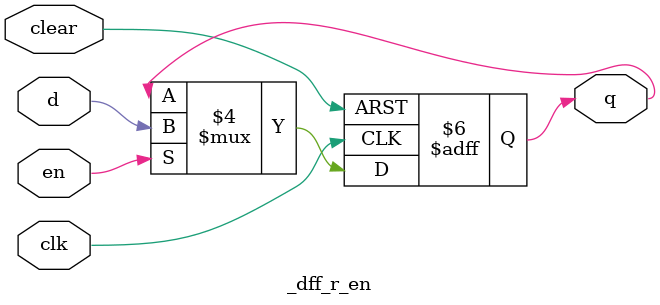
<source format=v>
module _dff_r_en(clk,clear,en,d,q); //Deckare module of D-Flip-Flop

   input clk, clear,en,d; //inputs

   output reg q; //output reg

always@(posedge clk or posedge clear) //practice function when clk posedge or posedge clear
begin
   if(clear==1'b1) q<=1'b0; //check clear

   else if(en) q<=d; //check en

   else q<=q; //else keep data of q
end
endmodule

</source>
